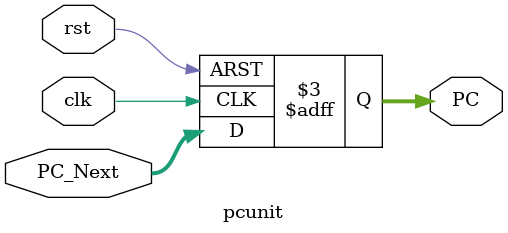
<source format=v>
module  pcunit(clk, rst, PC, PC_Next);

  input clk, rst;
  input [31:0] PC_Next;
  output reg [31:0] PC;

  always @(posedge clk or negedge rst) begin
    if (rst == 1'b0)
      PC <= 32'b0;
    else
      PC <= PC_Next;
  end

endmodule
</source>
